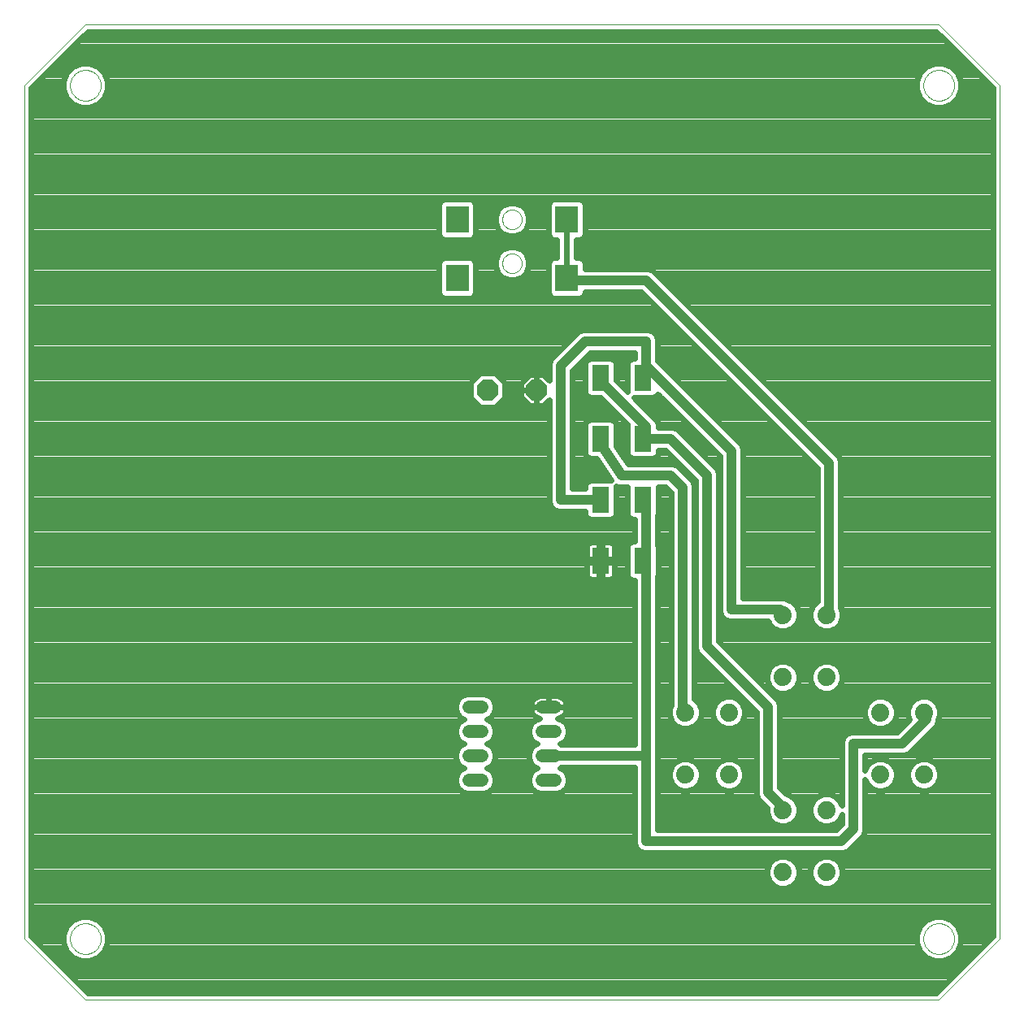
<source format=gbl>
G75*
%MOIN*%
%OFA0B0*%
%FSLAX24Y24*%
%IPPOS*%
%LPD*%
%AMOC8*
5,1,8,0,0,1.08239X$1,22.5*
%
%ADD10C,0.0000*%
%ADD11C,0.0740*%
%ADD12C,0.0520*%
%ADD13R,0.0709X0.1063*%
%ADD14R,0.0945X0.1102*%
%ADD15OC8,0.0850*%
%ADD16C,0.0240*%
%ADD17C,0.0400*%
D10*
X002680Y003220D02*
X005180Y000720D01*
X040180Y000720D01*
X042680Y003220D01*
X042680Y038220D01*
X040180Y040716D01*
X005180Y040716D01*
X002680Y038220D01*
X002680Y003220D01*
X004550Y003220D02*
X004552Y003270D01*
X004558Y003320D01*
X004568Y003369D01*
X004582Y003417D01*
X004599Y003464D01*
X004620Y003509D01*
X004645Y003553D01*
X004673Y003594D01*
X004705Y003633D01*
X004739Y003670D01*
X004776Y003704D01*
X004816Y003734D01*
X004858Y003761D01*
X004902Y003785D01*
X004948Y003806D01*
X004995Y003822D01*
X005043Y003835D01*
X005093Y003844D01*
X005142Y003849D01*
X005193Y003850D01*
X005243Y003847D01*
X005292Y003840D01*
X005341Y003829D01*
X005389Y003814D01*
X005435Y003796D01*
X005480Y003774D01*
X005523Y003748D01*
X005564Y003719D01*
X005603Y003687D01*
X005639Y003652D01*
X005671Y003614D01*
X005701Y003574D01*
X005728Y003531D01*
X005751Y003487D01*
X005770Y003441D01*
X005786Y003393D01*
X005798Y003344D01*
X005806Y003295D01*
X005810Y003245D01*
X005810Y003195D01*
X005806Y003145D01*
X005798Y003096D01*
X005786Y003047D01*
X005770Y002999D01*
X005751Y002953D01*
X005728Y002909D01*
X005701Y002866D01*
X005671Y002826D01*
X005639Y002788D01*
X005603Y002753D01*
X005564Y002721D01*
X005523Y002692D01*
X005480Y002666D01*
X005435Y002644D01*
X005389Y002626D01*
X005341Y002611D01*
X005292Y002600D01*
X005243Y002593D01*
X005193Y002590D01*
X005142Y002591D01*
X005093Y002596D01*
X005043Y002605D01*
X004995Y002618D01*
X004948Y002634D01*
X004902Y002655D01*
X004858Y002679D01*
X004816Y002706D01*
X004776Y002736D01*
X004739Y002770D01*
X004705Y002807D01*
X004673Y002846D01*
X004645Y002887D01*
X004620Y002931D01*
X004599Y002976D01*
X004582Y003023D01*
X004568Y003071D01*
X004558Y003120D01*
X004552Y003170D01*
X004550Y003220D01*
X022280Y030920D02*
X022282Y030960D01*
X022288Y030999D01*
X022298Y031038D01*
X022311Y031075D01*
X022329Y031111D01*
X022350Y031145D01*
X022374Y031177D01*
X022401Y031206D01*
X022431Y031233D01*
X022463Y031256D01*
X022498Y031276D01*
X022534Y031292D01*
X022572Y031305D01*
X022611Y031314D01*
X022650Y031319D01*
X022690Y031320D01*
X022730Y031317D01*
X022769Y031310D01*
X022807Y031299D01*
X022845Y031285D01*
X022880Y031266D01*
X022913Y031245D01*
X022945Y031220D01*
X022973Y031192D01*
X022999Y031162D01*
X023021Y031129D01*
X023040Y031094D01*
X023056Y031057D01*
X023068Y031019D01*
X023076Y030980D01*
X023080Y030940D01*
X023080Y030900D01*
X023076Y030860D01*
X023068Y030821D01*
X023056Y030783D01*
X023040Y030746D01*
X023021Y030711D01*
X022999Y030678D01*
X022973Y030648D01*
X022945Y030620D01*
X022913Y030595D01*
X022880Y030574D01*
X022845Y030555D01*
X022807Y030541D01*
X022769Y030530D01*
X022730Y030523D01*
X022690Y030520D01*
X022650Y030521D01*
X022611Y030526D01*
X022572Y030535D01*
X022534Y030548D01*
X022498Y030564D01*
X022463Y030584D01*
X022431Y030607D01*
X022401Y030634D01*
X022374Y030663D01*
X022350Y030695D01*
X022329Y030729D01*
X022311Y030765D01*
X022298Y030802D01*
X022288Y030841D01*
X022282Y030880D01*
X022280Y030920D01*
X022280Y032720D02*
X022282Y032760D01*
X022288Y032799D01*
X022298Y032838D01*
X022311Y032875D01*
X022329Y032911D01*
X022350Y032945D01*
X022374Y032977D01*
X022401Y033006D01*
X022431Y033033D01*
X022463Y033056D01*
X022498Y033076D01*
X022534Y033092D01*
X022572Y033105D01*
X022611Y033114D01*
X022650Y033119D01*
X022690Y033120D01*
X022730Y033117D01*
X022769Y033110D01*
X022807Y033099D01*
X022845Y033085D01*
X022880Y033066D01*
X022913Y033045D01*
X022945Y033020D01*
X022973Y032992D01*
X022999Y032962D01*
X023021Y032929D01*
X023040Y032894D01*
X023056Y032857D01*
X023068Y032819D01*
X023076Y032780D01*
X023080Y032740D01*
X023080Y032700D01*
X023076Y032660D01*
X023068Y032621D01*
X023056Y032583D01*
X023040Y032546D01*
X023021Y032511D01*
X022999Y032478D01*
X022973Y032448D01*
X022945Y032420D01*
X022913Y032395D01*
X022880Y032374D01*
X022845Y032355D01*
X022807Y032341D01*
X022769Y032330D01*
X022730Y032323D01*
X022690Y032320D01*
X022650Y032321D01*
X022611Y032326D01*
X022572Y032335D01*
X022534Y032348D01*
X022498Y032364D01*
X022463Y032384D01*
X022431Y032407D01*
X022401Y032434D01*
X022374Y032463D01*
X022350Y032495D01*
X022329Y032529D01*
X022311Y032565D01*
X022298Y032602D01*
X022288Y032641D01*
X022282Y032680D01*
X022280Y032720D01*
X004550Y038220D02*
X004552Y038270D01*
X004558Y038320D01*
X004568Y038369D01*
X004582Y038417D01*
X004599Y038464D01*
X004620Y038509D01*
X004645Y038553D01*
X004673Y038594D01*
X004705Y038633D01*
X004739Y038670D01*
X004776Y038704D01*
X004816Y038734D01*
X004858Y038761D01*
X004902Y038785D01*
X004948Y038806D01*
X004995Y038822D01*
X005043Y038835D01*
X005093Y038844D01*
X005142Y038849D01*
X005193Y038850D01*
X005243Y038847D01*
X005292Y038840D01*
X005341Y038829D01*
X005389Y038814D01*
X005435Y038796D01*
X005480Y038774D01*
X005523Y038748D01*
X005564Y038719D01*
X005603Y038687D01*
X005639Y038652D01*
X005671Y038614D01*
X005701Y038574D01*
X005728Y038531D01*
X005751Y038487D01*
X005770Y038441D01*
X005786Y038393D01*
X005798Y038344D01*
X005806Y038295D01*
X005810Y038245D01*
X005810Y038195D01*
X005806Y038145D01*
X005798Y038096D01*
X005786Y038047D01*
X005770Y037999D01*
X005751Y037953D01*
X005728Y037909D01*
X005701Y037866D01*
X005671Y037826D01*
X005639Y037788D01*
X005603Y037753D01*
X005564Y037721D01*
X005523Y037692D01*
X005480Y037666D01*
X005435Y037644D01*
X005389Y037626D01*
X005341Y037611D01*
X005292Y037600D01*
X005243Y037593D01*
X005193Y037590D01*
X005142Y037591D01*
X005093Y037596D01*
X005043Y037605D01*
X004995Y037618D01*
X004948Y037634D01*
X004902Y037655D01*
X004858Y037679D01*
X004816Y037706D01*
X004776Y037736D01*
X004739Y037770D01*
X004705Y037807D01*
X004673Y037846D01*
X004645Y037887D01*
X004620Y037931D01*
X004599Y037976D01*
X004582Y038023D01*
X004568Y038071D01*
X004558Y038120D01*
X004552Y038170D01*
X004550Y038220D01*
X039550Y038220D02*
X039552Y038270D01*
X039558Y038320D01*
X039568Y038369D01*
X039582Y038417D01*
X039599Y038464D01*
X039620Y038509D01*
X039645Y038553D01*
X039673Y038594D01*
X039705Y038633D01*
X039739Y038670D01*
X039776Y038704D01*
X039816Y038734D01*
X039858Y038761D01*
X039902Y038785D01*
X039948Y038806D01*
X039995Y038822D01*
X040043Y038835D01*
X040093Y038844D01*
X040142Y038849D01*
X040193Y038850D01*
X040243Y038847D01*
X040292Y038840D01*
X040341Y038829D01*
X040389Y038814D01*
X040435Y038796D01*
X040480Y038774D01*
X040523Y038748D01*
X040564Y038719D01*
X040603Y038687D01*
X040639Y038652D01*
X040671Y038614D01*
X040701Y038574D01*
X040728Y038531D01*
X040751Y038487D01*
X040770Y038441D01*
X040786Y038393D01*
X040798Y038344D01*
X040806Y038295D01*
X040810Y038245D01*
X040810Y038195D01*
X040806Y038145D01*
X040798Y038096D01*
X040786Y038047D01*
X040770Y037999D01*
X040751Y037953D01*
X040728Y037909D01*
X040701Y037866D01*
X040671Y037826D01*
X040639Y037788D01*
X040603Y037753D01*
X040564Y037721D01*
X040523Y037692D01*
X040480Y037666D01*
X040435Y037644D01*
X040389Y037626D01*
X040341Y037611D01*
X040292Y037600D01*
X040243Y037593D01*
X040193Y037590D01*
X040142Y037591D01*
X040093Y037596D01*
X040043Y037605D01*
X039995Y037618D01*
X039948Y037634D01*
X039902Y037655D01*
X039858Y037679D01*
X039816Y037706D01*
X039776Y037736D01*
X039739Y037770D01*
X039705Y037807D01*
X039673Y037846D01*
X039645Y037887D01*
X039620Y037931D01*
X039599Y037976D01*
X039582Y038023D01*
X039568Y038071D01*
X039558Y038120D01*
X039552Y038170D01*
X039550Y038220D01*
X039550Y003220D02*
X039552Y003270D01*
X039558Y003320D01*
X039568Y003369D01*
X039582Y003417D01*
X039599Y003464D01*
X039620Y003509D01*
X039645Y003553D01*
X039673Y003594D01*
X039705Y003633D01*
X039739Y003670D01*
X039776Y003704D01*
X039816Y003734D01*
X039858Y003761D01*
X039902Y003785D01*
X039948Y003806D01*
X039995Y003822D01*
X040043Y003835D01*
X040093Y003844D01*
X040142Y003849D01*
X040193Y003850D01*
X040243Y003847D01*
X040292Y003840D01*
X040341Y003829D01*
X040389Y003814D01*
X040435Y003796D01*
X040480Y003774D01*
X040523Y003748D01*
X040564Y003719D01*
X040603Y003687D01*
X040639Y003652D01*
X040671Y003614D01*
X040701Y003574D01*
X040728Y003531D01*
X040751Y003487D01*
X040770Y003441D01*
X040786Y003393D01*
X040798Y003344D01*
X040806Y003295D01*
X040810Y003245D01*
X040810Y003195D01*
X040806Y003145D01*
X040798Y003096D01*
X040786Y003047D01*
X040770Y002999D01*
X040751Y002953D01*
X040728Y002909D01*
X040701Y002866D01*
X040671Y002826D01*
X040639Y002788D01*
X040603Y002753D01*
X040564Y002721D01*
X040523Y002692D01*
X040480Y002666D01*
X040435Y002644D01*
X040389Y002626D01*
X040341Y002611D01*
X040292Y002600D01*
X040243Y002593D01*
X040193Y002590D01*
X040142Y002591D01*
X040093Y002596D01*
X040043Y002605D01*
X039995Y002618D01*
X039948Y002634D01*
X039902Y002655D01*
X039858Y002679D01*
X039816Y002706D01*
X039776Y002736D01*
X039739Y002770D01*
X039705Y002807D01*
X039673Y002846D01*
X039645Y002887D01*
X039620Y002931D01*
X039599Y002976D01*
X039582Y003023D01*
X039568Y003071D01*
X039558Y003120D01*
X039552Y003170D01*
X039550Y003220D01*
D11*
X035570Y005940D03*
X033790Y005940D03*
X033790Y008500D03*
X035570Y008500D03*
X037790Y009940D03*
X039570Y009940D03*
X039570Y012500D03*
X037790Y012500D03*
X035570Y013940D03*
X033790Y013940D03*
X031570Y012500D03*
X029790Y012500D03*
X029790Y009940D03*
X031570Y009940D03*
X033790Y016500D03*
X035570Y016500D03*
D12*
X024440Y012720D02*
X023920Y012720D01*
X023920Y011720D02*
X024440Y011720D01*
X024440Y010720D02*
X023920Y010720D01*
X023920Y009720D02*
X024440Y009720D01*
X021440Y009720D02*
X020920Y009720D01*
X020920Y010720D02*
X021440Y010720D01*
X021440Y011720D02*
X020920Y011720D01*
X020920Y012720D02*
X021440Y012720D01*
D13*
X026314Y018720D03*
X028046Y018720D03*
X028046Y021220D03*
X026314Y021220D03*
X026314Y023720D03*
X028046Y023720D03*
X028046Y026220D03*
X026314Y026220D03*
D14*
X024924Y030318D03*
X024924Y032720D03*
X020436Y032720D03*
X020436Y030318D03*
D15*
X021680Y025720D03*
X023680Y025720D03*
D16*
X023680Y025720D01*
X023680Y026365D01*
X023947Y026365D01*
X024200Y026112D01*
X024200Y026815D01*
X024273Y026992D01*
X025273Y027992D01*
X025408Y028127D01*
X025585Y028200D01*
X028275Y028200D01*
X028452Y028127D01*
X028587Y027992D01*
X028660Y027815D01*
X028660Y026919D01*
X032087Y023492D01*
X032160Y023315D01*
X032160Y017200D01*
X033663Y017200D01*
X033741Y017206D01*
X033758Y017200D01*
X033775Y017200D01*
X033848Y017170D01*
X033908Y017150D01*
X033919Y017150D01*
X034158Y017051D01*
X034341Y016868D01*
X034440Y016629D01*
X034440Y016371D01*
X034341Y016132D01*
X034158Y015949D01*
X033919Y015850D01*
X033661Y015850D01*
X033422Y015949D01*
X033239Y016132D01*
X033194Y016240D01*
X031585Y016240D01*
X031408Y016313D01*
X031273Y016448D01*
X031200Y016625D01*
X031200Y023021D01*
X028653Y025568D01*
X028638Y025530D01*
X028559Y025451D01*
X028456Y025409D01*
X027670Y025409D01*
X028452Y024627D01*
X028587Y024492D01*
X028609Y024439D01*
X028638Y024410D01*
X028680Y024307D01*
X028680Y024200D01*
X029275Y024200D01*
X029452Y024127D01*
X029587Y023992D01*
X031087Y022492D01*
X031160Y022315D01*
X031160Y015419D01*
X033587Y012992D01*
X033660Y012815D01*
X033660Y009419D01*
X033936Y009143D01*
X034158Y009051D01*
X034341Y008868D01*
X034440Y008629D01*
X034440Y008371D01*
X034341Y008132D01*
X034158Y007949D01*
X033919Y007850D01*
X033661Y007850D01*
X033422Y007949D01*
X033239Y008132D01*
X033140Y008371D01*
X033140Y008581D01*
X032908Y008813D01*
X032773Y008948D01*
X032700Y009125D01*
X032700Y012521D01*
X030408Y014813D01*
X030273Y014948D01*
X030200Y015125D01*
X030200Y022021D01*
X028981Y023240D01*
X028680Y023240D01*
X028680Y023133D01*
X028638Y023030D01*
X028559Y022951D01*
X028456Y022909D01*
X027636Y022909D01*
X027533Y022951D01*
X027454Y023030D01*
X027412Y023133D01*
X027412Y024307D01*
X027412Y024309D01*
X026313Y025409D01*
X025904Y025409D01*
X025801Y025451D01*
X025722Y025530D01*
X025680Y025633D01*
X025680Y026807D01*
X025722Y026910D01*
X025801Y026989D01*
X025904Y027031D01*
X026724Y027031D01*
X026827Y026989D01*
X026906Y026910D01*
X026948Y026807D01*
X026948Y026131D01*
X027412Y025667D01*
X027412Y026807D01*
X027454Y026910D01*
X027533Y026989D01*
X027636Y027031D01*
X027700Y027031D01*
X027700Y027240D01*
X025879Y027240D01*
X025160Y026521D01*
X025160Y021700D01*
X025680Y021700D01*
X025680Y021807D01*
X025722Y021910D01*
X025801Y021989D01*
X025904Y022031D01*
X026724Y022031D01*
X026731Y022029D01*
X026144Y022909D01*
X025904Y022909D01*
X025801Y022951D01*
X025722Y023030D01*
X025680Y023133D01*
X025680Y024307D01*
X025722Y024410D01*
X025801Y024489D01*
X025904Y024531D01*
X026724Y024531D01*
X026827Y024489D01*
X026906Y024410D01*
X026948Y024307D01*
X026948Y023433D01*
X027437Y022700D01*
X029275Y022700D01*
X029452Y022627D01*
X029952Y022127D01*
X030087Y021992D01*
X030160Y021815D01*
X030160Y013049D01*
X030341Y012868D01*
X030440Y012629D01*
X030440Y012371D01*
X030341Y012132D01*
X030158Y011949D01*
X029919Y011850D01*
X029661Y011850D01*
X029422Y011949D01*
X029239Y012132D01*
X029140Y012371D01*
X029140Y012629D01*
X029196Y012764D01*
X029194Y012781D01*
X029200Y012798D01*
X029200Y021521D01*
X028981Y021740D01*
X028680Y021740D01*
X028680Y020633D01*
X028660Y020583D01*
X028660Y019357D01*
X028680Y019307D01*
X028680Y018133D01*
X028660Y018083D01*
X028660Y007700D01*
X035981Y007700D01*
X036200Y007919D01*
X036200Y008322D01*
X036121Y008132D01*
X035938Y007949D01*
X035699Y007850D01*
X035441Y007850D01*
X035202Y007949D01*
X035019Y008132D01*
X034920Y008371D01*
X034920Y008629D01*
X035019Y008868D01*
X035202Y009051D01*
X035441Y009150D01*
X035699Y009150D01*
X035938Y009051D01*
X036121Y008868D01*
X036200Y008678D01*
X036200Y011315D01*
X036273Y011492D01*
X036408Y011627D01*
X036585Y011700D01*
X038481Y011700D01*
X038988Y012207D01*
X038920Y012371D01*
X038920Y012629D01*
X039019Y012868D01*
X039202Y013051D01*
X039441Y013150D01*
X039699Y013150D01*
X039938Y013051D01*
X040121Y012868D01*
X040220Y012629D01*
X040220Y012371D01*
X040160Y012226D01*
X040160Y012216D01*
X040160Y012125D01*
X040158Y012120D01*
X040158Y012116D01*
X040122Y012032D01*
X040087Y011948D01*
X040084Y011945D01*
X040082Y011941D01*
X040016Y011877D01*
X039087Y010948D01*
X039087Y010948D01*
X038952Y010813D01*
X038775Y010740D01*
X037160Y010740D01*
X037160Y010118D01*
X037239Y010308D01*
X037422Y010491D01*
X037661Y010590D01*
X037919Y010590D01*
X038158Y010491D01*
X038341Y010308D01*
X038440Y010069D01*
X038440Y009811D01*
X038341Y009572D01*
X038158Y009389D01*
X037919Y009290D01*
X037661Y009290D01*
X037422Y009389D01*
X037239Y009572D01*
X037160Y009762D01*
X037160Y007625D01*
X037087Y007448D01*
X036587Y006948D01*
X036452Y006813D01*
X036275Y006740D01*
X028085Y006740D01*
X027908Y006813D01*
X027773Y006948D01*
X027700Y007125D01*
X027700Y010240D01*
X024692Y010240D01*
X024644Y010220D01*
X024746Y010178D01*
X024898Y010026D01*
X024980Y009827D01*
X024980Y009613D01*
X024898Y009414D01*
X024746Y009262D01*
X024547Y009180D01*
X023813Y009180D01*
X023614Y009262D01*
X023462Y009414D01*
X023380Y009613D01*
X023380Y009827D01*
X023462Y010026D01*
X023614Y010178D01*
X023716Y010220D01*
X023614Y010262D01*
X023462Y010414D01*
X023380Y010613D01*
X023380Y010827D01*
X023462Y011026D01*
X023614Y011178D01*
X023716Y011220D01*
X023614Y011262D01*
X023462Y011414D01*
X023380Y011613D01*
X023380Y011827D01*
X023462Y012026D01*
X023614Y012178D01*
X023799Y012255D01*
X023736Y012275D01*
X023668Y012309D01*
X023607Y012354D01*
X023554Y012407D01*
X023509Y012468D01*
X023475Y012536D01*
X023452Y012608D01*
X023440Y012682D01*
X023440Y012720D01*
X024180Y012720D01*
X024180Y012720D01*
X024180Y013200D01*
X024478Y013200D01*
X024552Y013188D01*
X024624Y013165D01*
X024692Y013131D01*
X024753Y013086D01*
X024806Y013033D01*
X024851Y012972D01*
X024885Y012904D01*
X024908Y012832D01*
X024920Y012758D01*
X024920Y012720D01*
X024180Y012720D01*
X024180Y012720D01*
X024180Y012720D01*
X024180Y013200D01*
X023882Y013200D01*
X023808Y013188D01*
X023736Y013165D01*
X023668Y013131D01*
X023607Y013086D01*
X023554Y013033D01*
X023509Y012972D01*
X023475Y012904D01*
X023452Y012832D01*
X023440Y012758D01*
X023440Y012720D01*
X024180Y012720D01*
X024920Y012720D01*
X024920Y012682D01*
X024908Y012608D01*
X024885Y012536D01*
X024851Y012468D01*
X024806Y012407D01*
X024753Y012354D01*
X024692Y012309D01*
X024624Y012275D01*
X024561Y012255D01*
X024746Y012178D01*
X024898Y012026D01*
X024980Y011827D01*
X024980Y011613D01*
X024898Y011414D01*
X024746Y011262D01*
X024644Y011220D01*
X024692Y011200D01*
X027700Y011200D01*
X027700Y017909D01*
X027636Y017909D01*
X027533Y017951D01*
X027454Y018030D01*
X027412Y018133D01*
X027412Y019307D01*
X027454Y019410D01*
X027533Y019489D01*
X027636Y019531D01*
X027700Y019531D01*
X027700Y020409D01*
X027636Y020409D01*
X027533Y020451D01*
X027454Y020530D01*
X027412Y020633D01*
X027412Y021740D01*
X027227Y021740D01*
X027179Y021731D01*
X027132Y021740D01*
X027085Y021740D01*
X027040Y021759D01*
X026992Y021768D01*
X026952Y021795D01*
X026948Y021796D01*
X026948Y020633D01*
X026906Y020530D01*
X026827Y020451D01*
X026724Y020409D01*
X025904Y020409D01*
X025801Y020451D01*
X025722Y020530D01*
X025680Y020633D01*
X025680Y020740D01*
X024585Y020740D01*
X024408Y020813D01*
X024273Y020948D01*
X024200Y021125D01*
X024200Y025328D01*
X023947Y025075D01*
X023680Y025075D01*
X023680Y025720D01*
X023680Y025720D01*
X023680Y025720D01*
X023035Y025720D01*
X023035Y025987D01*
X023413Y026365D01*
X023680Y026365D01*
X023680Y025720D01*
X023680Y025075D01*
X023413Y025075D01*
X023035Y025453D01*
X023035Y025720D01*
X023680Y025720D01*
X023680Y025763D02*
X023680Y025763D01*
X023680Y026001D02*
X023680Y026001D01*
X023680Y026240D02*
X023680Y026240D01*
X024073Y026240D02*
X024200Y026240D01*
X024200Y026478D02*
X002960Y026478D01*
X002960Y026240D02*
X021203Y026240D01*
X021388Y026425D02*
X020975Y026012D01*
X020975Y025428D01*
X021388Y025015D01*
X021972Y025015D01*
X022385Y025428D01*
X022385Y026012D01*
X021972Y026425D01*
X021388Y026425D01*
X020975Y026001D02*
X002960Y026001D01*
X002960Y025763D02*
X020975Y025763D01*
X020975Y025524D02*
X002960Y025524D01*
X002960Y025286D02*
X021117Y025286D01*
X021356Y025047D02*
X002960Y025047D01*
X002960Y024809D02*
X024200Y024809D01*
X024200Y025047D02*
X022004Y025047D01*
X022243Y025286D02*
X023202Y025286D01*
X023035Y025524D02*
X022385Y025524D01*
X022385Y025763D02*
X023035Y025763D01*
X023049Y026001D02*
X022385Y026001D01*
X022157Y026240D02*
X023287Y026240D01*
X023680Y025524D02*
X023680Y025524D01*
X023680Y025286D02*
X023680Y025286D01*
X024158Y025286D02*
X024200Y025286D01*
X024200Y024570D02*
X002960Y024570D01*
X002960Y024332D02*
X024200Y024332D01*
X024200Y024093D02*
X002960Y024093D01*
X002960Y023855D02*
X024200Y023855D01*
X024200Y023616D02*
X002960Y023616D01*
X002960Y023378D02*
X024200Y023378D01*
X024200Y023139D02*
X002960Y023139D01*
X002960Y022901D02*
X024200Y022901D01*
X024200Y022662D02*
X002960Y022662D01*
X002960Y022424D02*
X024200Y022424D01*
X024200Y022185D02*
X002960Y022185D01*
X002960Y021947D02*
X024200Y021947D01*
X024200Y021708D02*
X002960Y021708D01*
X002960Y021470D02*
X024200Y021470D01*
X024200Y021231D02*
X002960Y021231D01*
X002960Y020993D02*
X024255Y020993D01*
X024551Y020754D02*
X002960Y020754D01*
X002960Y020516D02*
X025737Y020516D01*
X026891Y020516D02*
X027469Y020516D01*
X027412Y020754D02*
X026948Y020754D01*
X026948Y020993D02*
X027412Y020993D01*
X027412Y021231D02*
X026948Y021231D01*
X026948Y021470D02*
X027412Y021470D01*
X027412Y021708D02*
X026948Y021708D01*
X026626Y022185D02*
X025160Y022185D01*
X025160Y021947D02*
X025759Y021947D01*
X025680Y021708D02*
X025160Y021708D01*
X025160Y022424D02*
X026467Y022424D01*
X026308Y022662D02*
X025160Y022662D01*
X025160Y022901D02*
X026149Y022901D01*
X025680Y023139D02*
X025160Y023139D01*
X025160Y023378D02*
X025680Y023378D01*
X025680Y023616D02*
X025160Y023616D01*
X025160Y023855D02*
X025680Y023855D01*
X025680Y024093D02*
X025160Y024093D01*
X025160Y024332D02*
X025690Y024332D01*
X025160Y024570D02*
X027151Y024570D01*
X026938Y024332D02*
X027390Y024332D01*
X027412Y024093D02*
X026948Y024093D01*
X026948Y023855D02*
X027412Y023855D01*
X027412Y023616D02*
X026948Y023616D01*
X026985Y023378D02*
X027412Y023378D01*
X027412Y023139D02*
X027144Y023139D01*
X027303Y022901D02*
X029321Y022901D01*
X029367Y022662D02*
X029559Y022662D01*
X029655Y022424D02*
X029798Y022424D01*
X029894Y022185D02*
X030036Y022185D01*
X030106Y021947D02*
X030200Y021947D01*
X030200Y021708D02*
X030160Y021708D01*
X030160Y021470D02*
X030200Y021470D01*
X030200Y021231D02*
X030160Y021231D01*
X030160Y020993D02*
X030200Y020993D01*
X030200Y020754D02*
X030160Y020754D01*
X030160Y020516D02*
X030200Y020516D01*
X030200Y020277D02*
X030160Y020277D01*
X030160Y020039D02*
X030200Y020039D01*
X030200Y019800D02*
X030160Y019800D01*
X030160Y019562D02*
X030200Y019562D01*
X030200Y019323D02*
X030160Y019323D01*
X030160Y019085D02*
X030200Y019085D01*
X030200Y018846D02*
X030160Y018846D01*
X030160Y018608D02*
X030200Y018608D01*
X030200Y018369D02*
X030160Y018369D01*
X030160Y018131D02*
X030200Y018131D01*
X030200Y017892D02*
X030160Y017892D01*
X030160Y017654D02*
X030200Y017654D01*
X030200Y017415D02*
X030160Y017415D01*
X030160Y017177D02*
X030200Y017177D01*
X030200Y016938D02*
X030160Y016938D01*
X030160Y016700D02*
X030200Y016700D01*
X030200Y016461D02*
X030160Y016461D01*
X030160Y016223D02*
X030200Y016223D01*
X030200Y015984D02*
X030160Y015984D01*
X030160Y015746D02*
X030200Y015746D01*
X030200Y015507D02*
X030160Y015507D01*
X030160Y015269D02*
X030200Y015269D01*
X030160Y015030D02*
X030239Y015030D01*
X030160Y014792D02*
X030430Y014792D01*
X030668Y014553D02*
X030160Y014553D01*
X030160Y014315D02*
X030907Y014315D01*
X031145Y014076D02*
X030160Y014076D01*
X030160Y013838D02*
X031384Y013838D01*
X031622Y013599D02*
X030160Y013599D01*
X030160Y013361D02*
X031861Y013361D01*
X031767Y013122D02*
X032099Y013122D01*
X031938Y013051D02*
X031699Y013150D01*
X031441Y013150D01*
X031202Y013051D01*
X031019Y012868D01*
X030920Y012629D01*
X030920Y012371D01*
X031019Y012132D01*
X031202Y011949D01*
X031441Y011850D01*
X031699Y011850D01*
X031938Y011949D01*
X032121Y012132D01*
X032220Y012371D01*
X032220Y012629D01*
X032121Y012868D01*
X031938Y013051D01*
X032106Y012884D02*
X032338Y012884D01*
X032213Y012645D02*
X032576Y012645D01*
X032700Y012407D02*
X032220Y012407D01*
X032136Y012168D02*
X032700Y012168D01*
X032700Y011930D02*
X031891Y011930D01*
X031249Y011930D02*
X030111Y011930D01*
X030356Y012168D02*
X031004Y012168D01*
X030920Y012407D02*
X030440Y012407D01*
X030433Y012645D02*
X030927Y012645D01*
X031034Y012884D02*
X030326Y012884D01*
X030160Y013122D02*
X031373Y013122D01*
X032503Y014076D02*
X033143Y014076D01*
X033140Y014069D02*
X033140Y013811D01*
X033239Y013572D01*
X033422Y013389D01*
X033661Y013290D01*
X033919Y013290D01*
X034158Y013389D01*
X034341Y013572D01*
X034440Y013811D01*
X034440Y014069D01*
X034341Y014308D01*
X034158Y014491D01*
X033919Y014590D01*
X033661Y014590D01*
X033422Y014491D01*
X033239Y014308D01*
X033140Y014069D01*
X033140Y013838D02*
X032741Y013838D01*
X032980Y013599D02*
X033228Y013599D01*
X033218Y013361D02*
X033490Y013361D01*
X033457Y013122D02*
X037593Y013122D01*
X037661Y013150D02*
X037422Y013051D01*
X037239Y012868D01*
X037140Y012629D01*
X037140Y012371D01*
X037239Y012132D01*
X037422Y011949D01*
X037661Y011850D01*
X037919Y011850D01*
X038158Y011949D01*
X038341Y012132D01*
X038440Y012371D01*
X038440Y012629D01*
X038341Y012868D01*
X038158Y013051D01*
X037919Y013150D01*
X037661Y013150D01*
X037987Y013122D02*
X039373Y013122D01*
X039767Y013122D02*
X042400Y013122D01*
X042400Y012884D02*
X040106Y012884D01*
X040213Y012645D02*
X042400Y012645D01*
X042400Y012407D02*
X040220Y012407D01*
X040160Y012168D02*
X042400Y012168D01*
X042400Y011930D02*
X040070Y011930D01*
X039830Y011691D02*
X042400Y011691D01*
X042400Y011453D02*
X039591Y011453D01*
X039353Y011214D02*
X042400Y011214D01*
X042400Y010976D02*
X039114Y010976D01*
X039220Y010499D02*
X038140Y010499D01*
X038361Y010260D02*
X038999Y010260D01*
X039019Y010308D02*
X038920Y010069D01*
X038920Y009811D01*
X039019Y009572D01*
X039202Y009389D01*
X039441Y009290D01*
X039699Y009290D01*
X039938Y009389D01*
X040121Y009572D01*
X040220Y009811D01*
X040220Y010069D01*
X040121Y010308D01*
X039938Y010491D01*
X039699Y010590D01*
X039441Y010590D01*
X039202Y010491D01*
X039019Y010308D01*
X038920Y010022D02*
X038440Y010022D01*
X038429Y009783D02*
X038931Y009783D01*
X039046Y009545D02*
X038314Y009545D01*
X037958Y009306D02*
X039402Y009306D01*
X039738Y009306D02*
X042400Y009306D01*
X042400Y009068D02*
X037160Y009068D01*
X037160Y009306D02*
X037622Y009306D01*
X037266Y009545D02*
X037160Y009545D01*
X037160Y010260D02*
X037219Y010260D01*
X037160Y010499D02*
X037440Y010499D01*
X037160Y010737D02*
X042400Y010737D01*
X042400Y010499D02*
X039920Y010499D01*
X040141Y010260D02*
X042400Y010260D01*
X042400Y010022D02*
X040220Y010022D01*
X040209Y009783D02*
X042400Y009783D01*
X042400Y009545D02*
X040094Y009545D01*
X042400Y008829D02*
X037160Y008829D01*
X037160Y008591D02*
X042400Y008591D01*
X042400Y008352D02*
X037160Y008352D01*
X037160Y008114D02*
X042400Y008114D01*
X042400Y007875D02*
X037160Y007875D01*
X037160Y007637D02*
X042400Y007637D01*
X042400Y007398D02*
X037037Y007398D01*
X036798Y007160D02*
X042400Y007160D01*
X042400Y006921D02*
X036560Y006921D01*
X035985Y006444D02*
X042400Y006444D01*
X042400Y006206D02*
X036164Y006206D01*
X036121Y006308D02*
X036220Y006069D01*
X036220Y005811D01*
X036121Y005572D01*
X035938Y005389D01*
X035699Y005290D01*
X035441Y005290D01*
X035202Y005389D01*
X035019Y005572D01*
X034920Y005811D01*
X034920Y006069D01*
X035019Y006308D01*
X035202Y006491D01*
X035441Y006590D01*
X035699Y006590D01*
X035938Y006491D01*
X036121Y006308D01*
X036220Y005967D02*
X042400Y005967D01*
X042400Y005729D02*
X036186Y005729D01*
X036039Y005490D02*
X042400Y005490D01*
X042400Y005252D02*
X002960Y005252D01*
X002960Y005490D02*
X033321Y005490D01*
X033239Y005572D02*
X033422Y005389D01*
X033661Y005290D01*
X033919Y005290D01*
X034158Y005389D01*
X034341Y005572D01*
X034440Y005811D01*
X034440Y006069D01*
X034341Y006308D01*
X034158Y006491D01*
X033919Y006590D01*
X033661Y006590D01*
X033422Y006491D01*
X033239Y006308D01*
X033140Y006069D01*
X033140Y005811D01*
X033239Y005572D01*
X033174Y005729D02*
X002960Y005729D01*
X002960Y005967D02*
X033140Y005967D01*
X033196Y006206D02*
X002960Y006206D01*
X002960Y006444D02*
X033375Y006444D01*
X034205Y006444D02*
X035155Y006444D01*
X034976Y006206D02*
X034384Y006206D01*
X034440Y005967D02*
X034920Y005967D01*
X034954Y005729D02*
X034406Y005729D01*
X034259Y005490D02*
X035101Y005490D01*
X035380Y007875D02*
X033980Y007875D01*
X033600Y007875D02*
X028660Y007875D01*
X028660Y008114D02*
X033257Y008114D01*
X033148Y008352D02*
X028660Y008352D01*
X028660Y008591D02*
X033131Y008591D01*
X032892Y008829D02*
X028660Y008829D01*
X028660Y009068D02*
X032724Y009068D01*
X032700Y009306D02*
X031738Y009306D01*
X031699Y009290D02*
X031938Y009389D01*
X032121Y009572D01*
X032220Y009811D01*
X032220Y010069D01*
X032121Y010308D01*
X031938Y010491D01*
X031699Y010590D01*
X031441Y010590D01*
X031202Y010491D01*
X031019Y010308D01*
X030920Y010069D01*
X030920Y009811D01*
X031019Y009572D01*
X031202Y009389D01*
X031441Y009290D01*
X031699Y009290D01*
X031402Y009306D02*
X029958Y009306D01*
X029919Y009290D02*
X030158Y009389D01*
X030341Y009572D01*
X030440Y009811D01*
X030440Y010069D01*
X030341Y010308D01*
X030158Y010491D01*
X029919Y010590D01*
X029661Y010590D01*
X029422Y010491D01*
X029239Y010308D01*
X029140Y010069D01*
X029140Y009811D01*
X029239Y009572D01*
X029422Y009389D01*
X029661Y009290D01*
X029919Y009290D01*
X029622Y009306D02*
X028660Y009306D01*
X028660Y009545D02*
X029266Y009545D01*
X029151Y009783D02*
X028660Y009783D01*
X028660Y010022D02*
X029140Y010022D01*
X029219Y010260D02*
X028660Y010260D01*
X028660Y010499D02*
X029440Y010499D01*
X030140Y010499D02*
X031220Y010499D01*
X030999Y010260D02*
X030361Y010260D01*
X030440Y010022D02*
X030920Y010022D01*
X030931Y009783D02*
X030429Y009783D01*
X030314Y009545D02*
X031046Y009545D01*
X032094Y009545D02*
X032700Y009545D01*
X032700Y009783D02*
X032209Y009783D01*
X032220Y010022D02*
X032700Y010022D01*
X032700Y010260D02*
X032141Y010260D01*
X031920Y010499D02*
X032700Y010499D01*
X032700Y010737D02*
X028660Y010737D01*
X028660Y010976D02*
X032700Y010976D01*
X032700Y011214D02*
X028660Y011214D01*
X028660Y011453D02*
X032700Y011453D01*
X032700Y011691D02*
X028660Y011691D01*
X028660Y011930D02*
X029469Y011930D01*
X029224Y012168D02*
X028660Y012168D01*
X028660Y012407D02*
X029140Y012407D01*
X029147Y012645D02*
X028660Y012645D01*
X028660Y012884D02*
X029200Y012884D01*
X029200Y013122D02*
X028660Y013122D01*
X028660Y013361D02*
X029200Y013361D01*
X029200Y013599D02*
X028660Y013599D01*
X028660Y013838D02*
X029200Y013838D01*
X029200Y014076D02*
X028660Y014076D01*
X028660Y014315D02*
X029200Y014315D01*
X029200Y014553D02*
X028660Y014553D01*
X028660Y014792D02*
X029200Y014792D01*
X029200Y015030D02*
X028660Y015030D01*
X028660Y015269D02*
X029200Y015269D01*
X029200Y015507D02*
X028660Y015507D01*
X028660Y015746D02*
X029200Y015746D01*
X029200Y015984D02*
X028660Y015984D01*
X028660Y016223D02*
X029200Y016223D01*
X029200Y016461D02*
X028660Y016461D01*
X028660Y016700D02*
X029200Y016700D01*
X029200Y016938D02*
X028660Y016938D01*
X028660Y017177D02*
X029200Y017177D01*
X029200Y017415D02*
X028660Y017415D01*
X028660Y017654D02*
X029200Y017654D01*
X029200Y017892D02*
X028660Y017892D01*
X028680Y018131D02*
X029200Y018131D01*
X029200Y018369D02*
X028680Y018369D01*
X028680Y018608D02*
X029200Y018608D01*
X029200Y018846D02*
X028680Y018846D01*
X028680Y019085D02*
X029200Y019085D01*
X029200Y019323D02*
X028674Y019323D01*
X028660Y019562D02*
X029200Y019562D01*
X029200Y019800D02*
X028660Y019800D01*
X028660Y020039D02*
X029200Y020039D01*
X029200Y020277D02*
X028660Y020277D01*
X028660Y020516D02*
X029200Y020516D01*
X029200Y020754D02*
X028680Y020754D01*
X028680Y020993D02*
X029200Y020993D01*
X029200Y021231D02*
X028680Y021231D01*
X028680Y021470D02*
X029200Y021470D01*
X029013Y021708D02*
X028680Y021708D01*
X028680Y023139D02*
X029082Y023139D01*
X029724Y023855D02*
X030367Y023855D01*
X030128Y024093D02*
X029486Y024093D01*
X029890Y024332D02*
X028670Y024332D01*
X028509Y024570D02*
X029651Y024570D01*
X029413Y024809D02*
X028270Y024809D01*
X028032Y025047D02*
X029174Y025047D01*
X028936Y025286D02*
X027793Y025286D01*
X027412Y025763D02*
X027316Y025763D01*
X027412Y026001D02*
X027078Y026001D01*
X026948Y026240D02*
X027412Y026240D01*
X027412Y026478D02*
X026948Y026478D01*
X026948Y026717D02*
X027412Y026717D01*
X027499Y026955D02*
X026861Y026955D01*
X027700Y027194D02*
X025832Y027194D01*
X025767Y026955D02*
X025594Y026955D01*
X025680Y026717D02*
X025355Y026717D01*
X025160Y026478D02*
X025680Y026478D01*
X025680Y026240D02*
X025160Y026240D01*
X025160Y026001D02*
X025680Y026001D01*
X025680Y025763D02*
X025160Y025763D01*
X025160Y025524D02*
X025728Y025524D01*
X025160Y025286D02*
X026436Y025286D01*
X026674Y025047D02*
X025160Y025047D01*
X025160Y024809D02*
X026913Y024809D01*
X028632Y025524D02*
X028697Y025524D01*
X029339Y026240D02*
X031482Y026240D01*
X031243Y026478D02*
X029101Y026478D01*
X028862Y026717D02*
X031005Y026717D01*
X030766Y026955D02*
X028660Y026955D01*
X028660Y027194D02*
X030528Y027194D01*
X030289Y027432D02*
X028660Y027432D01*
X028660Y027671D02*
X030051Y027671D01*
X029812Y027909D02*
X028621Y027909D01*
X028402Y028148D02*
X029574Y028148D01*
X029335Y028386D02*
X002960Y028386D01*
X002960Y028148D02*
X025458Y028148D01*
X025190Y027909D02*
X002960Y027909D01*
X002960Y027671D02*
X024952Y027671D01*
X024713Y027432D02*
X002960Y027432D01*
X002960Y027194D02*
X024475Y027194D01*
X024258Y026955D02*
X002960Y026955D01*
X002960Y026717D02*
X024200Y026717D01*
X024396Y029487D02*
X024293Y029530D01*
X024214Y029609D01*
X024172Y029712D01*
X024172Y030925D01*
X024214Y031028D01*
X024293Y031107D01*
X024396Y031150D01*
X024524Y031150D01*
X024524Y031889D01*
X024396Y031889D01*
X024293Y031931D01*
X024214Y032010D01*
X024172Y032113D01*
X024172Y033327D01*
X024214Y033430D01*
X024293Y033509D01*
X024396Y033551D01*
X025452Y033551D01*
X025555Y033509D01*
X025634Y033430D01*
X025677Y033327D01*
X025677Y032113D01*
X025634Y032010D01*
X025555Y031931D01*
X025452Y031889D01*
X025324Y031889D01*
X025324Y031150D01*
X025452Y031150D01*
X025555Y031107D01*
X025634Y031028D01*
X025677Y030925D01*
X025677Y030700D01*
X028275Y030700D01*
X028452Y030627D01*
X028587Y030492D01*
X035952Y023127D01*
X036087Y022992D01*
X036160Y022815D01*
X036160Y016798D01*
X036166Y016781D01*
X036164Y016764D01*
X036220Y016629D01*
X036220Y016371D01*
X036121Y016132D01*
X035938Y015949D01*
X035699Y015850D01*
X035441Y015850D01*
X035202Y015949D01*
X035019Y016132D01*
X034920Y016371D01*
X034920Y016629D01*
X035019Y016868D01*
X035200Y017049D01*
X035200Y022521D01*
X027981Y029740D01*
X025677Y029740D01*
X025677Y029712D01*
X025634Y029609D01*
X025555Y029530D01*
X025452Y029487D01*
X024396Y029487D01*
X024244Y029579D02*
X021116Y029579D01*
X021146Y029609D02*
X021188Y029712D01*
X021188Y030925D01*
X021146Y031028D01*
X021067Y031107D01*
X020964Y031150D01*
X019908Y031150D01*
X019805Y031107D01*
X019726Y031028D01*
X019683Y030925D01*
X019683Y029712D01*
X019726Y029609D01*
X019805Y029530D01*
X019908Y029487D01*
X020964Y029487D01*
X021067Y029530D01*
X021146Y029609D01*
X021188Y029817D02*
X024172Y029817D01*
X024172Y030056D02*
X021188Y030056D01*
X021188Y030294D02*
X022414Y030294D01*
X022295Y030344D02*
X022545Y030240D01*
X022815Y030240D01*
X023065Y030344D01*
X023256Y030535D01*
X023360Y030785D01*
X023360Y031055D01*
X023256Y031305D01*
X023065Y031496D01*
X022815Y031600D01*
X022545Y031600D01*
X022295Y031496D01*
X022104Y031305D01*
X022000Y031055D01*
X022000Y030785D01*
X022104Y030535D01*
X022295Y030344D01*
X022106Y030533D02*
X021188Y030533D01*
X021188Y030771D02*
X022006Y030771D01*
X022000Y031010D02*
X021153Y031010D01*
X020964Y031889D02*
X021067Y031931D01*
X021146Y032010D01*
X021188Y032113D01*
X021188Y033327D01*
X021146Y033430D01*
X021067Y033509D01*
X020964Y033551D01*
X019908Y033551D01*
X019805Y033509D01*
X019726Y033430D01*
X019683Y033327D01*
X019683Y032113D01*
X019726Y032010D01*
X019805Y031931D01*
X019908Y031889D01*
X020964Y031889D01*
X021099Y031964D02*
X024261Y031964D01*
X024172Y032202D02*
X023124Y032202D01*
X023065Y032144D02*
X023256Y032335D01*
X023360Y032585D01*
X023360Y032855D01*
X023256Y033105D01*
X023065Y033296D01*
X022815Y033400D01*
X022545Y033400D01*
X022295Y033296D01*
X022104Y033105D01*
X022000Y032855D01*
X022000Y032585D01*
X022104Y032335D01*
X022295Y032144D01*
X022545Y032040D01*
X022815Y032040D01*
X023065Y032144D01*
X023300Y032441D02*
X024172Y032441D01*
X024172Y032679D02*
X023360Y032679D01*
X023334Y032918D02*
X024172Y032918D01*
X024172Y033156D02*
X023206Y033156D01*
X022828Y033395D02*
X024200Y033395D01*
X024924Y032720D02*
X024924Y030318D01*
X025677Y030771D02*
X042400Y030771D01*
X042400Y030533D02*
X028546Y030533D01*
X028785Y030294D02*
X042400Y030294D01*
X042400Y030056D02*
X029023Y030056D01*
X029262Y029817D02*
X042400Y029817D01*
X042400Y029579D02*
X029500Y029579D01*
X029739Y029340D02*
X042400Y029340D01*
X042400Y029102D02*
X029977Y029102D01*
X030216Y028863D02*
X042400Y028863D01*
X042400Y028625D02*
X030454Y028625D01*
X030693Y028386D02*
X042400Y028386D01*
X042400Y028148D02*
X030931Y028148D01*
X031170Y027909D02*
X042400Y027909D01*
X042400Y027671D02*
X031408Y027671D01*
X031647Y027432D02*
X042400Y027432D01*
X042400Y027194D02*
X031885Y027194D01*
X032124Y026955D02*
X042400Y026955D01*
X042400Y026717D02*
X032362Y026717D01*
X032601Y026478D02*
X042400Y026478D01*
X042400Y026240D02*
X032839Y026240D01*
X033078Y026001D02*
X042400Y026001D01*
X042400Y025763D02*
X033316Y025763D01*
X033555Y025524D02*
X042400Y025524D01*
X042400Y025286D02*
X033793Y025286D01*
X034032Y025047D02*
X042400Y025047D01*
X042400Y024809D02*
X034270Y024809D01*
X034509Y024570D02*
X042400Y024570D01*
X042400Y024332D02*
X034747Y024332D01*
X034986Y024093D02*
X042400Y024093D01*
X042400Y023855D02*
X035224Y023855D01*
X035463Y023616D02*
X042400Y023616D01*
X042400Y023378D02*
X035701Y023378D01*
X035940Y023139D02*
X042400Y023139D01*
X042400Y022901D02*
X036125Y022901D01*
X036160Y022662D02*
X042400Y022662D01*
X042400Y022424D02*
X036160Y022424D01*
X036160Y022185D02*
X042400Y022185D01*
X042400Y021947D02*
X036160Y021947D01*
X036160Y021708D02*
X042400Y021708D01*
X042400Y021470D02*
X036160Y021470D01*
X036160Y021231D02*
X042400Y021231D01*
X042400Y020993D02*
X036160Y020993D01*
X036160Y020754D02*
X042400Y020754D01*
X042400Y020516D02*
X036160Y020516D01*
X036160Y020277D02*
X042400Y020277D01*
X042400Y020039D02*
X036160Y020039D01*
X036160Y019800D02*
X042400Y019800D01*
X042400Y019562D02*
X036160Y019562D01*
X036160Y019323D02*
X042400Y019323D01*
X042400Y019085D02*
X036160Y019085D01*
X036160Y018846D02*
X042400Y018846D01*
X042400Y018608D02*
X036160Y018608D01*
X036160Y018369D02*
X042400Y018369D01*
X042400Y018131D02*
X036160Y018131D01*
X036160Y017892D02*
X042400Y017892D01*
X042400Y017654D02*
X036160Y017654D01*
X036160Y017415D02*
X042400Y017415D01*
X042400Y017177D02*
X036160Y017177D01*
X036160Y016938D02*
X042400Y016938D01*
X042400Y016700D02*
X036191Y016700D01*
X036220Y016461D02*
X042400Y016461D01*
X042400Y016223D02*
X036159Y016223D01*
X035973Y015984D02*
X042400Y015984D01*
X042400Y015746D02*
X031160Y015746D01*
X031160Y015984D02*
X033387Y015984D01*
X033201Y016223D02*
X031160Y016223D01*
X031160Y016461D02*
X031268Y016461D01*
X031200Y016700D02*
X031160Y016700D01*
X031160Y016938D02*
X031200Y016938D01*
X031200Y017177D02*
X031160Y017177D01*
X031160Y017415D02*
X031200Y017415D01*
X031200Y017654D02*
X031160Y017654D01*
X031160Y017892D02*
X031200Y017892D01*
X031200Y018131D02*
X031160Y018131D01*
X031160Y018369D02*
X031200Y018369D01*
X031200Y018608D02*
X031160Y018608D01*
X031160Y018846D02*
X031200Y018846D01*
X031200Y019085D02*
X031160Y019085D01*
X031160Y019323D02*
X031200Y019323D01*
X031200Y019562D02*
X031160Y019562D01*
X031160Y019800D02*
X031200Y019800D01*
X031200Y020039D02*
X031160Y020039D01*
X031160Y020277D02*
X031200Y020277D01*
X031200Y020516D02*
X031160Y020516D01*
X031160Y020754D02*
X031200Y020754D01*
X031200Y020993D02*
X031160Y020993D01*
X031160Y021231D02*
X031200Y021231D01*
X031200Y021470D02*
X031160Y021470D01*
X031160Y021708D02*
X031200Y021708D01*
X031200Y021947D02*
X031160Y021947D01*
X031160Y022185D02*
X031200Y022185D01*
X031200Y022424D02*
X031115Y022424D01*
X031200Y022662D02*
X030917Y022662D01*
X030678Y022901D02*
X031200Y022901D01*
X031082Y023139D02*
X030440Y023139D01*
X030201Y023378D02*
X030844Y023378D01*
X030605Y023616D02*
X029963Y023616D01*
X031009Y024570D02*
X033151Y024570D01*
X032913Y024809D02*
X030770Y024809D01*
X030532Y025047D02*
X032674Y025047D01*
X032436Y025286D02*
X030293Y025286D01*
X030055Y025524D02*
X032197Y025524D01*
X031959Y025763D02*
X029816Y025763D01*
X029578Y026001D02*
X031720Y026001D01*
X031247Y024332D02*
X033390Y024332D01*
X033628Y024093D02*
X031486Y024093D01*
X031724Y023855D02*
X033867Y023855D01*
X034105Y023616D02*
X031963Y023616D01*
X032134Y023378D02*
X034344Y023378D01*
X034582Y023139D02*
X032160Y023139D01*
X032160Y022901D02*
X034821Y022901D01*
X035059Y022662D02*
X032160Y022662D01*
X032160Y022424D02*
X035200Y022424D01*
X035200Y022185D02*
X032160Y022185D01*
X032160Y021947D02*
X035200Y021947D01*
X035200Y021708D02*
X032160Y021708D01*
X032160Y021470D02*
X035200Y021470D01*
X035200Y021231D02*
X032160Y021231D01*
X032160Y020993D02*
X035200Y020993D01*
X035200Y020754D02*
X032160Y020754D01*
X032160Y020516D02*
X035200Y020516D01*
X035200Y020277D02*
X032160Y020277D01*
X032160Y020039D02*
X035200Y020039D01*
X035200Y019800D02*
X032160Y019800D01*
X032160Y019562D02*
X035200Y019562D01*
X035200Y019323D02*
X032160Y019323D01*
X032160Y019085D02*
X035200Y019085D01*
X035200Y018846D02*
X032160Y018846D01*
X032160Y018608D02*
X035200Y018608D01*
X035200Y018369D02*
X032160Y018369D01*
X032160Y018131D02*
X035200Y018131D01*
X035200Y017892D02*
X032160Y017892D01*
X032160Y017654D02*
X035200Y017654D01*
X035200Y017415D02*
X032160Y017415D01*
X033832Y017177D02*
X035200Y017177D01*
X035089Y016938D02*
X034271Y016938D01*
X034411Y016700D02*
X034949Y016700D01*
X034920Y016461D02*
X034440Y016461D01*
X034379Y016223D02*
X034981Y016223D01*
X035167Y015984D02*
X034193Y015984D01*
X034009Y014553D02*
X035351Y014553D01*
X035441Y014590D02*
X035202Y014491D01*
X035019Y014308D01*
X034920Y014069D01*
X034920Y013811D01*
X035019Y013572D01*
X035202Y013389D01*
X035441Y013290D01*
X035699Y013290D01*
X035938Y013389D01*
X036121Y013572D01*
X036220Y013811D01*
X036220Y014069D01*
X036121Y014308D01*
X035938Y014491D01*
X035699Y014590D01*
X035441Y014590D01*
X035789Y014553D02*
X042400Y014553D01*
X042400Y014315D02*
X036115Y014315D01*
X036217Y014076D02*
X042400Y014076D01*
X042400Y013838D02*
X036220Y013838D01*
X036132Y013599D02*
X042400Y013599D01*
X042400Y013361D02*
X035870Y013361D01*
X035270Y013361D02*
X034090Y013361D01*
X034352Y013599D02*
X035008Y013599D01*
X034920Y013838D02*
X034440Y013838D01*
X034437Y014076D02*
X034923Y014076D01*
X035025Y014315D02*
X034335Y014315D01*
X033571Y014553D02*
X032026Y014553D01*
X032264Y014315D02*
X033245Y014315D01*
X033632Y012884D02*
X037254Y012884D01*
X037147Y012645D02*
X033660Y012645D01*
X033660Y012407D02*
X037140Y012407D01*
X037224Y012168D02*
X033660Y012168D01*
X033660Y011930D02*
X037469Y011930D01*
X038111Y011930D02*
X038711Y011930D01*
X038949Y012168D02*
X038356Y012168D01*
X038440Y012407D02*
X038920Y012407D01*
X038927Y012645D02*
X038433Y012645D01*
X038326Y012884D02*
X039034Y012884D01*
X036563Y011691D02*
X033660Y011691D01*
X033660Y011453D02*
X036257Y011453D01*
X036200Y011214D02*
X033660Y011214D01*
X033660Y010976D02*
X036200Y010976D01*
X036200Y010737D02*
X033660Y010737D01*
X033660Y010499D02*
X036200Y010499D01*
X036200Y010260D02*
X033660Y010260D01*
X033660Y010022D02*
X036200Y010022D01*
X036200Y009783D02*
X033660Y009783D01*
X033660Y009545D02*
X036200Y009545D01*
X036200Y009306D02*
X033773Y009306D01*
X034118Y009068D02*
X035242Y009068D01*
X035003Y008829D02*
X034357Y008829D01*
X034440Y008591D02*
X034920Y008591D01*
X034928Y008352D02*
X034432Y008352D01*
X034323Y008114D02*
X035037Y008114D01*
X035760Y007875D02*
X036156Y007875D01*
X036200Y008114D02*
X036103Y008114D01*
X036137Y008829D02*
X036200Y008829D01*
X036200Y009068D02*
X035898Y009068D01*
X039665Y003991D02*
X039409Y003735D01*
X039270Y003401D01*
X039270Y003039D01*
X039409Y002705D01*
X039665Y002449D01*
X039999Y002310D01*
X040361Y002310D01*
X040695Y002449D01*
X040951Y002705D01*
X041090Y003039D01*
X041090Y003401D01*
X040951Y003735D01*
X040695Y003991D01*
X040361Y004130D01*
X039999Y004130D01*
X039665Y003991D01*
X039828Y004059D02*
X005532Y004059D01*
X005695Y003991D02*
X005361Y004130D01*
X004999Y004130D01*
X004665Y003991D01*
X004409Y003735D01*
X004270Y003401D01*
X004270Y003039D01*
X004409Y002705D01*
X004665Y002449D01*
X004999Y002310D01*
X005361Y002310D01*
X005695Y002449D01*
X005951Y002705D01*
X006090Y003039D01*
X006090Y003401D01*
X005951Y003735D01*
X005695Y003991D01*
X005866Y003821D02*
X039494Y003821D01*
X039345Y003582D02*
X006015Y003582D01*
X006090Y003344D02*
X039270Y003344D01*
X039270Y003105D02*
X006090Y003105D01*
X006018Y002867D02*
X039342Y002867D01*
X039485Y002628D02*
X005875Y002628D01*
X005553Y002390D02*
X039807Y002390D01*
X040553Y002390D02*
X041454Y002390D01*
X041692Y002628D02*
X040875Y002628D01*
X041018Y002867D02*
X041931Y002867D01*
X042169Y003105D02*
X041090Y003105D01*
X041090Y003344D02*
X042400Y003344D01*
X042400Y003336D02*
X040064Y001000D01*
X005296Y001000D01*
X002960Y003336D01*
X002960Y038104D01*
X005296Y040436D01*
X040064Y040436D01*
X042400Y038104D01*
X042400Y003336D01*
X042400Y003582D02*
X041015Y003582D01*
X040866Y003821D02*
X042400Y003821D01*
X042400Y004059D02*
X040532Y004059D01*
X042400Y004298D02*
X002960Y004298D01*
X002960Y004536D02*
X042400Y004536D01*
X042400Y004775D02*
X002960Y004775D01*
X002960Y005013D02*
X042400Y005013D01*
X042400Y006683D02*
X002960Y006683D01*
X002960Y006921D02*
X027800Y006921D01*
X027700Y007160D02*
X002960Y007160D01*
X002960Y007398D02*
X027700Y007398D01*
X027700Y007637D02*
X002960Y007637D01*
X002960Y007875D02*
X027700Y007875D01*
X027700Y008114D02*
X002960Y008114D01*
X002960Y008352D02*
X027700Y008352D01*
X027700Y008591D02*
X002960Y008591D01*
X002960Y008829D02*
X027700Y008829D01*
X027700Y009068D02*
X002960Y009068D01*
X002960Y009306D02*
X020570Y009306D01*
X020614Y009262D02*
X020813Y009180D01*
X021547Y009180D01*
X021746Y009262D01*
X021898Y009414D01*
X021980Y009613D01*
X021980Y009827D01*
X021898Y010026D01*
X021746Y010178D01*
X021644Y010220D01*
X021746Y010262D01*
X021898Y010414D01*
X021980Y010613D01*
X021980Y010827D01*
X021898Y011026D01*
X021746Y011178D01*
X021644Y011220D01*
X021746Y011262D01*
X021898Y011414D01*
X021980Y011613D01*
X021980Y011827D01*
X021898Y012026D01*
X021746Y012178D01*
X021644Y012220D01*
X021746Y012262D01*
X021898Y012414D01*
X021980Y012613D01*
X021980Y012827D01*
X021898Y013026D01*
X021746Y013178D01*
X021547Y013260D01*
X020813Y013260D01*
X020614Y013178D01*
X020462Y013026D01*
X020380Y012827D01*
X020380Y012613D01*
X020462Y012414D01*
X020614Y012262D01*
X020716Y012220D01*
X020614Y012178D01*
X020462Y012026D01*
X020380Y011827D01*
X020380Y011613D01*
X020462Y011414D01*
X020614Y011262D01*
X020716Y011220D01*
X020614Y011178D01*
X020462Y011026D01*
X020380Y010827D01*
X020380Y010613D01*
X020462Y010414D01*
X020614Y010262D01*
X020716Y010220D01*
X020614Y010178D01*
X020462Y010026D01*
X020380Y009827D01*
X020380Y009613D01*
X020462Y009414D01*
X020614Y009262D01*
X020408Y009545D02*
X002960Y009545D01*
X002960Y009783D02*
X020380Y009783D01*
X020460Y010022D02*
X002960Y010022D01*
X002960Y010260D02*
X020619Y010260D01*
X020427Y010499D02*
X002960Y010499D01*
X002960Y010737D02*
X020380Y010737D01*
X020441Y010976D02*
X002960Y010976D01*
X002960Y011214D02*
X020702Y011214D01*
X020446Y011453D02*
X002960Y011453D01*
X002960Y011691D02*
X020380Y011691D01*
X020422Y011930D02*
X002960Y011930D01*
X002960Y012168D02*
X020604Y012168D01*
X020470Y012407D02*
X002960Y012407D01*
X002960Y012645D02*
X020380Y012645D01*
X020403Y012884D02*
X002960Y012884D01*
X002960Y013122D02*
X020558Y013122D01*
X021802Y013122D02*
X023657Y013122D01*
X023468Y012884D02*
X021957Y012884D01*
X021980Y012645D02*
X023446Y012645D01*
X023555Y012407D02*
X021890Y012407D01*
X021756Y012168D02*
X023604Y012168D01*
X023422Y011930D02*
X021938Y011930D01*
X021980Y011691D02*
X023380Y011691D01*
X023446Y011453D02*
X021914Y011453D01*
X021658Y011214D02*
X023702Y011214D01*
X023441Y010976D02*
X021919Y010976D01*
X021980Y010737D02*
X023380Y010737D01*
X023427Y010499D02*
X021933Y010499D01*
X021741Y010260D02*
X023619Y010260D01*
X023460Y010022D02*
X021900Y010022D01*
X021980Y009783D02*
X023380Y009783D01*
X023408Y009545D02*
X021952Y009545D01*
X021790Y009306D02*
X023570Y009306D01*
X024790Y009306D02*
X027700Y009306D01*
X027700Y009545D02*
X024952Y009545D01*
X024980Y009783D02*
X027700Y009783D01*
X027700Y010022D02*
X024900Y010022D01*
X024658Y011214D02*
X027700Y011214D01*
X027700Y011453D02*
X024914Y011453D01*
X024980Y011691D02*
X027700Y011691D01*
X027700Y011930D02*
X024938Y011930D01*
X024756Y012168D02*
X027700Y012168D01*
X027700Y012407D02*
X024805Y012407D01*
X024914Y012645D02*
X027700Y012645D01*
X027700Y012884D02*
X024892Y012884D01*
X024703Y013122D02*
X027700Y013122D01*
X027700Y013361D02*
X002960Y013361D01*
X002960Y013599D02*
X027700Y013599D01*
X027700Y013838D02*
X002960Y013838D01*
X002960Y014076D02*
X027700Y014076D01*
X027700Y014315D02*
X002960Y014315D01*
X002960Y014553D02*
X027700Y014553D01*
X027700Y014792D02*
X002960Y014792D01*
X002960Y015030D02*
X027700Y015030D01*
X027700Y015269D02*
X002960Y015269D01*
X002960Y015507D02*
X027700Y015507D01*
X027700Y015746D02*
X002960Y015746D01*
X002960Y015984D02*
X027700Y015984D01*
X027700Y016223D02*
X002960Y016223D01*
X002960Y016461D02*
X027700Y016461D01*
X027700Y016700D02*
X002960Y016700D01*
X002960Y016938D02*
X027700Y016938D01*
X027700Y017177D02*
X002960Y017177D01*
X002960Y017415D02*
X027700Y017415D01*
X027700Y017654D02*
X002960Y017654D01*
X002960Y017892D02*
X027700Y017892D01*
X027413Y018131D02*
X026880Y018131D01*
X026873Y018104D02*
X026888Y018160D01*
X026888Y018663D01*
X026371Y018663D01*
X026371Y018777D01*
X026888Y018777D01*
X026888Y019280D01*
X026873Y019336D01*
X026844Y019387D01*
X026803Y019428D01*
X026753Y019457D01*
X026697Y019471D01*
X026371Y019471D01*
X026371Y018777D01*
X026257Y018777D01*
X026257Y019471D01*
X025931Y019471D01*
X025875Y019457D01*
X025824Y019428D01*
X025783Y019387D01*
X025755Y019336D01*
X025740Y019280D01*
X025740Y018777D01*
X026257Y018777D01*
X026257Y018663D01*
X026371Y018663D01*
X026371Y017969D01*
X026697Y017969D01*
X026753Y017983D01*
X026803Y018012D01*
X026844Y018053D01*
X026873Y018104D01*
X026888Y018369D02*
X027412Y018369D01*
X027412Y018608D02*
X026888Y018608D01*
X026888Y018846D02*
X027412Y018846D01*
X027412Y019085D02*
X026888Y019085D01*
X026877Y019323D02*
X027418Y019323D01*
X027700Y019562D02*
X002960Y019562D01*
X002960Y019800D02*
X027700Y019800D01*
X027700Y020039D02*
X002960Y020039D01*
X002960Y020277D02*
X027700Y020277D01*
X026371Y019323D02*
X026257Y019323D01*
X026257Y019085D02*
X026371Y019085D01*
X026371Y018846D02*
X026257Y018846D01*
X026257Y018663D02*
X025740Y018663D01*
X025740Y018160D01*
X025755Y018104D01*
X025783Y018053D01*
X025824Y018012D01*
X025875Y017983D01*
X025931Y017969D01*
X026257Y017969D01*
X026257Y018663D01*
X026257Y018608D02*
X026371Y018608D01*
X026371Y018369D02*
X026257Y018369D01*
X026257Y018131D02*
X026371Y018131D01*
X025747Y018131D02*
X002960Y018131D01*
X002960Y018369D02*
X025740Y018369D01*
X025740Y018608D02*
X002960Y018608D01*
X002960Y018846D02*
X025740Y018846D01*
X025740Y019085D02*
X002960Y019085D01*
X002960Y019323D02*
X025751Y019323D01*
X031160Y015507D02*
X042400Y015507D01*
X042400Y015269D02*
X031310Y015269D01*
X031549Y015030D02*
X042400Y015030D01*
X042400Y014792D02*
X031787Y014792D01*
X024180Y013122D02*
X024180Y013122D01*
X024180Y012884D02*
X024180Y012884D01*
X040261Y001197D02*
X005099Y001197D01*
X004860Y001436D02*
X040500Y001436D01*
X040738Y001674D02*
X004622Y001674D01*
X004383Y001913D02*
X040977Y001913D01*
X041215Y002151D02*
X004145Y002151D01*
X003906Y002390D02*
X004807Y002390D01*
X004485Y002628D02*
X003668Y002628D01*
X003429Y002867D02*
X004342Y002867D01*
X004270Y003105D02*
X003191Y003105D01*
X002960Y003344D02*
X004270Y003344D01*
X004345Y003582D02*
X002960Y003582D01*
X002960Y003821D02*
X004494Y003821D01*
X004828Y004059D02*
X002960Y004059D01*
X002960Y028625D02*
X029097Y028625D01*
X028858Y028863D02*
X002960Y028863D01*
X002960Y029102D02*
X028620Y029102D01*
X028381Y029340D02*
X002960Y029340D01*
X002960Y029579D02*
X019756Y029579D01*
X019683Y029817D02*
X002960Y029817D01*
X002960Y030056D02*
X019683Y030056D01*
X019683Y030294D02*
X002960Y030294D01*
X002960Y030533D02*
X019683Y030533D01*
X019683Y030771D02*
X002960Y030771D01*
X002960Y031010D02*
X019718Y031010D01*
X019773Y031964D02*
X002960Y031964D01*
X002960Y032202D02*
X019683Y032202D01*
X019683Y032441D02*
X002960Y032441D01*
X002960Y032679D02*
X019683Y032679D01*
X019683Y032918D02*
X002960Y032918D01*
X002960Y033156D02*
X019683Y033156D01*
X019711Y033395D02*
X002960Y033395D01*
X002960Y033633D02*
X042400Y033633D01*
X042400Y033395D02*
X025649Y033395D01*
X025677Y033156D02*
X042400Y033156D01*
X042400Y032918D02*
X025677Y032918D01*
X025677Y032679D02*
X042400Y032679D01*
X042400Y032441D02*
X025677Y032441D01*
X025677Y032202D02*
X042400Y032202D01*
X042400Y031964D02*
X025587Y031964D01*
X025324Y031725D02*
X042400Y031725D01*
X042400Y031487D02*
X025324Y031487D01*
X025324Y031248D02*
X042400Y031248D01*
X042400Y031010D02*
X025642Y031010D01*
X024524Y031248D02*
X023280Y031248D01*
X023360Y031010D02*
X024207Y031010D01*
X024172Y030771D02*
X023354Y030771D01*
X023254Y030533D02*
X024172Y030533D01*
X024172Y030294D02*
X022946Y030294D01*
X023075Y031487D02*
X024524Y031487D01*
X024524Y031725D02*
X002960Y031725D01*
X002960Y031487D02*
X022285Y031487D01*
X022080Y031248D02*
X002960Y031248D01*
X002960Y033872D02*
X042400Y033872D01*
X042400Y034110D02*
X002960Y034110D01*
X002960Y034349D02*
X042400Y034349D01*
X042400Y034587D02*
X002960Y034587D01*
X002960Y034826D02*
X042400Y034826D01*
X042400Y035064D02*
X002960Y035064D01*
X002960Y035303D02*
X042400Y035303D01*
X042400Y035541D02*
X002960Y035541D01*
X002960Y035780D02*
X042400Y035780D01*
X042400Y036018D02*
X002960Y036018D01*
X002960Y036257D02*
X042400Y036257D01*
X042400Y036495D02*
X002960Y036495D01*
X002960Y036734D02*
X042400Y036734D01*
X042400Y036972D02*
X002960Y036972D01*
X002960Y037211D02*
X042400Y037211D01*
X042400Y037449D02*
X040696Y037449D01*
X040695Y037449D02*
X040951Y037705D01*
X041090Y038039D01*
X041090Y038401D01*
X040951Y038735D01*
X040695Y038991D01*
X040361Y039130D01*
X039999Y039130D01*
X039665Y038991D01*
X039409Y038735D01*
X039270Y038401D01*
X039270Y038039D01*
X039409Y037705D01*
X039665Y037449D01*
X039999Y037310D01*
X040361Y037310D01*
X040695Y037449D01*
X040934Y037688D02*
X042400Y037688D01*
X042400Y037926D02*
X041043Y037926D01*
X041090Y038165D02*
X042339Y038165D01*
X042100Y038403D02*
X041089Y038403D01*
X040990Y038642D02*
X041862Y038642D01*
X041623Y038880D02*
X040807Y038880D01*
X040388Y039119D02*
X041384Y039119D01*
X041145Y039357D02*
X004215Y039357D01*
X003976Y039119D02*
X004972Y039119D01*
X004999Y039130D02*
X004665Y038991D01*
X004409Y038735D01*
X004270Y038401D01*
X004270Y038039D01*
X004409Y037705D01*
X004665Y037449D01*
X004999Y037310D01*
X005361Y037310D01*
X005695Y037449D01*
X005951Y037705D01*
X006090Y038039D01*
X006090Y038401D01*
X005951Y038735D01*
X005695Y038991D01*
X005361Y039130D01*
X004999Y039130D01*
X005388Y039119D02*
X039972Y039119D01*
X039553Y038880D02*
X005807Y038880D01*
X005990Y038642D02*
X039370Y038642D01*
X039271Y038403D02*
X006089Y038403D01*
X006090Y038165D02*
X039270Y038165D01*
X039317Y037926D02*
X006043Y037926D01*
X005934Y037688D02*
X039426Y037688D01*
X039664Y037449D02*
X005696Y037449D01*
X004664Y037449D02*
X002960Y037449D01*
X002960Y037688D02*
X004426Y037688D01*
X004317Y037926D02*
X002960Y037926D01*
X003021Y038165D02*
X004270Y038165D01*
X004271Y038403D02*
X003260Y038403D01*
X003498Y038642D02*
X004370Y038642D01*
X004553Y038880D02*
X003737Y038880D01*
X004454Y039596D02*
X040906Y039596D01*
X040667Y039834D02*
X004693Y039834D01*
X004932Y040073D02*
X040428Y040073D01*
X040189Y040311D02*
X005171Y040311D01*
X021160Y033395D02*
X022532Y033395D01*
X022154Y033156D02*
X021188Y033156D01*
X021188Y032918D02*
X022026Y032918D01*
X022000Y032679D02*
X021188Y032679D01*
X021188Y032441D02*
X022060Y032441D01*
X022236Y032202D02*
X021188Y032202D01*
X025604Y029579D02*
X028143Y029579D01*
D17*
X028180Y030220D02*
X025180Y030220D01*
X024924Y030318D01*
X025680Y027720D02*
X028180Y027720D01*
X028180Y026720D01*
X028046Y026220D01*
X028180Y026220D01*
X028180Y026720D01*
X031680Y023220D01*
X031680Y016720D01*
X033680Y016720D01*
X033790Y016500D01*
X035570Y016500D02*
X035680Y016720D01*
X035680Y022720D01*
X028180Y030220D01*
X025680Y027720D02*
X024680Y026720D01*
X024680Y021220D01*
X026314Y021220D01*
X027180Y022220D02*
X029180Y022220D01*
X029680Y021720D01*
X029680Y012720D01*
X029790Y012500D01*
X028180Y010720D02*
X028180Y007220D01*
X036180Y007220D01*
X036680Y007720D01*
X036680Y011220D01*
X038680Y011220D01*
X039680Y012220D01*
X039570Y012500D01*
X033680Y008720D02*
X033790Y008500D01*
X033680Y008720D02*
X033180Y009220D01*
X033180Y012720D01*
X030680Y015220D01*
X030680Y022220D01*
X029180Y023720D01*
X028180Y023720D01*
X028046Y023720D01*
X028180Y023720D02*
X028180Y024220D01*
X026180Y026220D01*
X026314Y026220D01*
X026314Y023720D02*
X026180Y023720D01*
X027180Y022220D01*
X028046Y021220D02*
X028180Y021220D01*
X028180Y018720D01*
X028046Y018720D01*
X028180Y018720D02*
X028180Y010720D01*
X024180Y010720D01*
M02*

</source>
